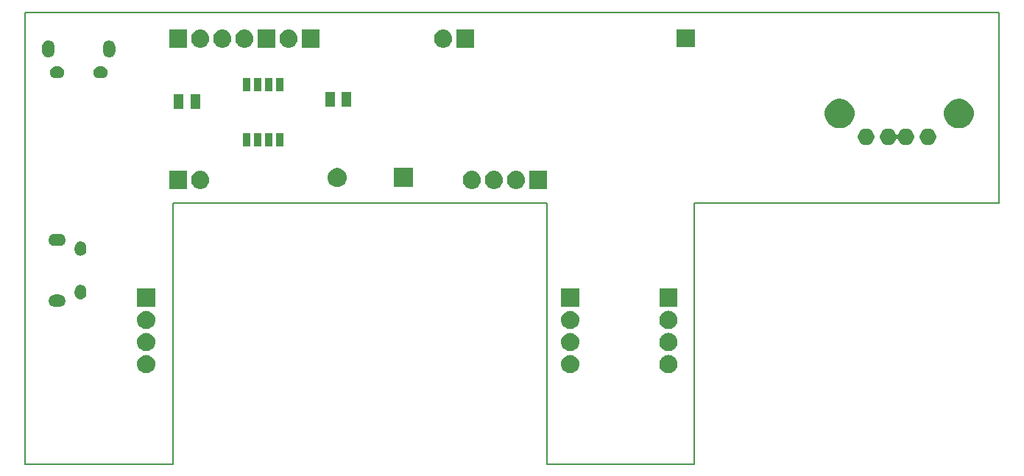
<source format=gbr>
G04 #@! TF.GenerationSoftware,KiCad,Pcbnew,(5.0.0)*
G04 #@! TF.CreationDate,2018-11-23T00:32:49+07:00*
G04 #@! TF.ProjectId,ext_module,6578745F6D6F64756C652E6B69636164,rev?*
G04 #@! TF.SameCoordinates,Original*
G04 #@! TF.FileFunction,Soldermask,Bot*
G04 #@! TF.FilePolarity,Negative*
%FSLAX46Y46*%
G04 Gerber Fmt 4.6, Leading zero omitted, Abs format (unit mm)*
G04 Created by KiCad (PCBNEW (5.0.0)) date 11/23/18 00:32:49*
%MOMM*%
%LPD*%
G01*
G04 APERTURE LIST*
%ADD10C,0.150000*%
%ADD11C,0.100000*%
G04 APERTURE END LIST*
D10*
X21000000Y-23000000D02*
X21000000Y-75000000D01*
X133000000Y-23000000D02*
X21000000Y-23000000D01*
X133000000Y-45000000D02*
X133000000Y-23000000D01*
X98000000Y-45000000D02*
X133000000Y-45000000D01*
X98000000Y-75000000D02*
X98000000Y-45000000D01*
X81000000Y-75000000D02*
X98000000Y-75000000D01*
X81000000Y-45000000D02*
X81000000Y-75000000D01*
X38000000Y-45000000D02*
X81000000Y-45000000D01*
X38000000Y-75000000D02*
X38000000Y-45000000D01*
X21000000Y-75000000D02*
X38000000Y-75000000D01*
D11*
G36*
X35053707Y-62457596D02*
X35130836Y-62465193D01*
X35262787Y-62505220D01*
X35328763Y-62525233D01*
X35511172Y-62622733D01*
X35671054Y-62753946D01*
X35802267Y-62913828D01*
X35899767Y-63096237D01*
X35899767Y-63096238D01*
X35959807Y-63294164D01*
X35980080Y-63500000D01*
X35959807Y-63705836D01*
X35919780Y-63837787D01*
X35899767Y-63903763D01*
X35802267Y-64086172D01*
X35671054Y-64246054D01*
X35511172Y-64377267D01*
X35328763Y-64474767D01*
X35262787Y-64494780D01*
X35130836Y-64534807D01*
X35053707Y-64542403D01*
X34976580Y-64550000D01*
X34873420Y-64550000D01*
X34796293Y-64542403D01*
X34719164Y-64534807D01*
X34587213Y-64494780D01*
X34521237Y-64474767D01*
X34338828Y-64377267D01*
X34178946Y-64246054D01*
X34047733Y-64086172D01*
X33950233Y-63903763D01*
X33930220Y-63837787D01*
X33890193Y-63705836D01*
X33869920Y-63500000D01*
X33890193Y-63294164D01*
X33950233Y-63096238D01*
X33950233Y-63096237D01*
X34047733Y-62913828D01*
X34178946Y-62753946D01*
X34338828Y-62622733D01*
X34521237Y-62525233D01*
X34587213Y-62505220D01*
X34719164Y-62465193D01*
X34796293Y-62457596D01*
X34873420Y-62450000D01*
X34976580Y-62450000D01*
X35053707Y-62457596D01*
X35053707Y-62457596D01*
G37*
G36*
X95124707Y-62457596D02*
X95201836Y-62465193D01*
X95333787Y-62505220D01*
X95399763Y-62525233D01*
X95582172Y-62622733D01*
X95742054Y-62753946D01*
X95873267Y-62913828D01*
X95970767Y-63096237D01*
X95970767Y-63096238D01*
X96030807Y-63294164D01*
X96051080Y-63500000D01*
X96030807Y-63705836D01*
X95990780Y-63837787D01*
X95970767Y-63903763D01*
X95873267Y-64086172D01*
X95742054Y-64246054D01*
X95582172Y-64377267D01*
X95399763Y-64474767D01*
X95333787Y-64494780D01*
X95201836Y-64534807D01*
X95124707Y-64542403D01*
X95047580Y-64550000D01*
X94944420Y-64550000D01*
X94867293Y-64542403D01*
X94790164Y-64534807D01*
X94658213Y-64494780D01*
X94592237Y-64474767D01*
X94409828Y-64377267D01*
X94249946Y-64246054D01*
X94118733Y-64086172D01*
X94021233Y-63903763D01*
X94001220Y-63837787D01*
X93961193Y-63705836D01*
X93940920Y-63500000D01*
X93961193Y-63294164D01*
X94021233Y-63096238D01*
X94021233Y-63096237D01*
X94118733Y-62913828D01*
X94249946Y-62753946D01*
X94409828Y-62622733D01*
X94592237Y-62525233D01*
X94658213Y-62505220D01*
X94790164Y-62465193D01*
X94867293Y-62457596D01*
X94944420Y-62450000D01*
X95047580Y-62450000D01*
X95124707Y-62457596D01*
X95124707Y-62457596D01*
G37*
G36*
X83821707Y-62457596D02*
X83898836Y-62465193D01*
X84030787Y-62505220D01*
X84096763Y-62525233D01*
X84279172Y-62622733D01*
X84439054Y-62753946D01*
X84570267Y-62913828D01*
X84667767Y-63096237D01*
X84667767Y-63096238D01*
X84727807Y-63294164D01*
X84748080Y-63500000D01*
X84727807Y-63705836D01*
X84687780Y-63837787D01*
X84667767Y-63903763D01*
X84570267Y-64086172D01*
X84439054Y-64246054D01*
X84279172Y-64377267D01*
X84096763Y-64474767D01*
X84030787Y-64494780D01*
X83898836Y-64534807D01*
X83821707Y-64542403D01*
X83744580Y-64550000D01*
X83641420Y-64550000D01*
X83564293Y-64542403D01*
X83487164Y-64534807D01*
X83355213Y-64494780D01*
X83289237Y-64474767D01*
X83106828Y-64377267D01*
X82946946Y-64246054D01*
X82815733Y-64086172D01*
X82718233Y-63903763D01*
X82698220Y-63837787D01*
X82658193Y-63705836D01*
X82637920Y-63500000D01*
X82658193Y-63294164D01*
X82718233Y-63096238D01*
X82718233Y-63096237D01*
X82815733Y-62913828D01*
X82946946Y-62753946D01*
X83106828Y-62622733D01*
X83289237Y-62525233D01*
X83355213Y-62505220D01*
X83487164Y-62465193D01*
X83564293Y-62457596D01*
X83641420Y-62450000D01*
X83744580Y-62450000D01*
X83821707Y-62457596D01*
X83821707Y-62457596D01*
G37*
G36*
X95124707Y-59917596D02*
X95201836Y-59925193D01*
X95333787Y-59965220D01*
X95399763Y-59985233D01*
X95582172Y-60082733D01*
X95742054Y-60213946D01*
X95873267Y-60373828D01*
X95970767Y-60556237D01*
X95970767Y-60556238D01*
X96030807Y-60754164D01*
X96051080Y-60960000D01*
X96030807Y-61165836D01*
X95990780Y-61297787D01*
X95970767Y-61363763D01*
X95873267Y-61546172D01*
X95742054Y-61706054D01*
X95582172Y-61837267D01*
X95399763Y-61934767D01*
X95333787Y-61954780D01*
X95201836Y-61994807D01*
X95124707Y-62002403D01*
X95047580Y-62010000D01*
X94944420Y-62010000D01*
X94867293Y-62002403D01*
X94790164Y-61994807D01*
X94658213Y-61954780D01*
X94592237Y-61934767D01*
X94409828Y-61837267D01*
X94249946Y-61706054D01*
X94118733Y-61546172D01*
X94021233Y-61363763D01*
X94001220Y-61297787D01*
X93961193Y-61165836D01*
X93940920Y-60960000D01*
X93961193Y-60754164D01*
X94021233Y-60556238D01*
X94021233Y-60556237D01*
X94118733Y-60373828D01*
X94249946Y-60213946D01*
X94409828Y-60082733D01*
X94592237Y-59985233D01*
X94658213Y-59965220D01*
X94790164Y-59925193D01*
X94867293Y-59917596D01*
X94944420Y-59910000D01*
X95047580Y-59910000D01*
X95124707Y-59917596D01*
X95124707Y-59917596D01*
G37*
G36*
X35053707Y-59917596D02*
X35130836Y-59925193D01*
X35262787Y-59965220D01*
X35328763Y-59985233D01*
X35511172Y-60082733D01*
X35671054Y-60213946D01*
X35802267Y-60373828D01*
X35899767Y-60556237D01*
X35899767Y-60556238D01*
X35959807Y-60754164D01*
X35980080Y-60960000D01*
X35959807Y-61165836D01*
X35919780Y-61297787D01*
X35899767Y-61363763D01*
X35802267Y-61546172D01*
X35671054Y-61706054D01*
X35511172Y-61837267D01*
X35328763Y-61934767D01*
X35262787Y-61954780D01*
X35130836Y-61994807D01*
X35053707Y-62002403D01*
X34976580Y-62010000D01*
X34873420Y-62010000D01*
X34796293Y-62002403D01*
X34719164Y-61994807D01*
X34587213Y-61954780D01*
X34521237Y-61934767D01*
X34338828Y-61837267D01*
X34178946Y-61706054D01*
X34047733Y-61546172D01*
X33950233Y-61363763D01*
X33930220Y-61297787D01*
X33890193Y-61165836D01*
X33869920Y-60960000D01*
X33890193Y-60754164D01*
X33950233Y-60556238D01*
X33950233Y-60556237D01*
X34047733Y-60373828D01*
X34178946Y-60213946D01*
X34338828Y-60082733D01*
X34521237Y-59985233D01*
X34587213Y-59965220D01*
X34719164Y-59925193D01*
X34796293Y-59917596D01*
X34873420Y-59910000D01*
X34976580Y-59910000D01*
X35053707Y-59917596D01*
X35053707Y-59917596D01*
G37*
G36*
X83821707Y-59917596D02*
X83898836Y-59925193D01*
X84030787Y-59965220D01*
X84096763Y-59985233D01*
X84279172Y-60082733D01*
X84439054Y-60213946D01*
X84570267Y-60373828D01*
X84667767Y-60556237D01*
X84667767Y-60556238D01*
X84727807Y-60754164D01*
X84748080Y-60960000D01*
X84727807Y-61165836D01*
X84687780Y-61297787D01*
X84667767Y-61363763D01*
X84570267Y-61546172D01*
X84439054Y-61706054D01*
X84279172Y-61837267D01*
X84096763Y-61934767D01*
X84030787Y-61954780D01*
X83898836Y-61994807D01*
X83821707Y-62002403D01*
X83744580Y-62010000D01*
X83641420Y-62010000D01*
X83564293Y-62002403D01*
X83487164Y-61994807D01*
X83355213Y-61954780D01*
X83289237Y-61934767D01*
X83106828Y-61837267D01*
X82946946Y-61706054D01*
X82815733Y-61546172D01*
X82718233Y-61363763D01*
X82698220Y-61297787D01*
X82658193Y-61165836D01*
X82637920Y-60960000D01*
X82658193Y-60754164D01*
X82718233Y-60556238D01*
X82718233Y-60556237D01*
X82815733Y-60373828D01*
X82946946Y-60213946D01*
X83106828Y-60082733D01*
X83289237Y-59985233D01*
X83355213Y-59965220D01*
X83487164Y-59925193D01*
X83564293Y-59917596D01*
X83641420Y-59910000D01*
X83744580Y-59910000D01*
X83821707Y-59917596D01*
X83821707Y-59917596D01*
G37*
G36*
X95124707Y-57377596D02*
X95201836Y-57385193D01*
X95333787Y-57425220D01*
X95399763Y-57445233D01*
X95582172Y-57542733D01*
X95742054Y-57673946D01*
X95873267Y-57833828D01*
X95970767Y-58016237D01*
X95970767Y-58016238D01*
X96030807Y-58214164D01*
X96051080Y-58420000D01*
X96030807Y-58625836D01*
X95990780Y-58757787D01*
X95970767Y-58823763D01*
X95873267Y-59006172D01*
X95742054Y-59166054D01*
X95582172Y-59297267D01*
X95399763Y-59394767D01*
X95333787Y-59414780D01*
X95201836Y-59454807D01*
X95124707Y-59462403D01*
X95047580Y-59470000D01*
X94944420Y-59470000D01*
X94867293Y-59462403D01*
X94790164Y-59454807D01*
X94658213Y-59414780D01*
X94592237Y-59394767D01*
X94409828Y-59297267D01*
X94249946Y-59166054D01*
X94118733Y-59006172D01*
X94021233Y-58823763D01*
X94001220Y-58757787D01*
X93961193Y-58625836D01*
X93940920Y-58420000D01*
X93961193Y-58214164D01*
X94021233Y-58016238D01*
X94021233Y-58016237D01*
X94118733Y-57833828D01*
X94249946Y-57673946D01*
X94409828Y-57542733D01*
X94592237Y-57445233D01*
X94658213Y-57425220D01*
X94790164Y-57385193D01*
X94867293Y-57377596D01*
X94944420Y-57370000D01*
X95047580Y-57370000D01*
X95124707Y-57377596D01*
X95124707Y-57377596D01*
G37*
G36*
X35053707Y-57377596D02*
X35130836Y-57385193D01*
X35262787Y-57425220D01*
X35328763Y-57445233D01*
X35511172Y-57542733D01*
X35671054Y-57673946D01*
X35802267Y-57833828D01*
X35899767Y-58016237D01*
X35899767Y-58016238D01*
X35959807Y-58214164D01*
X35980080Y-58420000D01*
X35959807Y-58625836D01*
X35919780Y-58757787D01*
X35899767Y-58823763D01*
X35802267Y-59006172D01*
X35671054Y-59166054D01*
X35511172Y-59297267D01*
X35328763Y-59394767D01*
X35262787Y-59414780D01*
X35130836Y-59454807D01*
X35053707Y-59462403D01*
X34976580Y-59470000D01*
X34873420Y-59470000D01*
X34796293Y-59462403D01*
X34719164Y-59454807D01*
X34587213Y-59414780D01*
X34521237Y-59394767D01*
X34338828Y-59297267D01*
X34178946Y-59166054D01*
X34047733Y-59006172D01*
X33950233Y-58823763D01*
X33930220Y-58757787D01*
X33890193Y-58625836D01*
X33869920Y-58420000D01*
X33890193Y-58214164D01*
X33950233Y-58016238D01*
X33950233Y-58016237D01*
X34047733Y-57833828D01*
X34178946Y-57673946D01*
X34338828Y-57542733D01*
X34521237Y-57445233D01*
X34587213Y-57425220D01*
X34719164Y-57385193D01*
X34796293Y-57377596D01*
X34873420Y-57370000D01*
X34976580Y-57370000D01*
X35053707Y-57377596D01*
X35053707Y-57377596D01*
G37*
G36*
X83821707Y-57377596D02*
X83898836Y-57385193D01*
X84030787Y-57425220D01*
X84096763Y-57445233D01*
X84279172Y-57542733D01*
X84439054Y-57673946D01*
X84570267Y-57833828D01*
X84667767Y-58016237D01*
X84667767Y-58016238D01*
X84727807Y-58214164D01*
X84748080Y-58420000D01*
X84727807Y-58625836D01*
X84687780Y-58757787D01*
X84667767Y-58823763D01*
X84570267Y-59006172D01*
X84439054Y-59166054D01*
X84279172Y-59297267D01*
X84096763Y-59394767D01*
X84030787Y-59414780D01*
X83898836Y-59454807D01*
X83821707Y-59462403D01*
X83744580Y-59470000D01*
X83641420Y-59470000D01*
X83564293Y-59462403D01*
X83487164Y-59454807D01*
X83355213Y-59414780D01*
X83289237Y-59394767D01*
X83106828Y-59297267D01*
X82946946Y-59166054D01*
X82815733Y-59006172D01*
X82718233Y-58823763D01*
X82698220Y-58757787D01*
X82658193Y-58625836D01*
X82637920Y-58420000D01*
X82658193Y-58214164D01*
X82718233Y-58016238D01*
X82718233Y-58016237D01*
X82815733Y-57833828D01*
X82946946Y-57673946D01*
X83106828Y-57542733D01*
X83289237Y-57445233D01*
X83355213Y-57425220D01*
X83487164Y-57385193D01*
X83564293Y-57377596D01*
X83641420Y-57370000D01*
X83744580Y-57370000D01*
X83821707Y-57377596D01*
X83821707Y-57377596D01*
G37*
G36*
X35975000Y-56930000D02*
X33875000Y-56930000D01*
X33875000Y-54830000D01*
X35975000Y-54830000D01*
X35975000Y-56930000D01*
X35975000Y-56930000D01*
G37*
G36*
X84743000Y-56930000D02*
X82643000Y-56930000D01*
X82643000Y-54830000D01*
X84743000Y-54830000D01*
X84743000Y-56930000D01*
X84743000Y-56930000D01*
G37*
G36*
X96046000Y-56930000D02*
X93946000Y-56930000D01*
X93946000Y-54830000D01*
X96046000Y-54830000D01*
X96046000Y-56930000D01*
X96046000Y-56930000D01*
G37*
G36*
X25097224Y-55515128D02*
X25229175Y-55555155D01*
X25350781Y-55620155D01*
X25457370Y-55707630D01*
X25544845Y-55814219D01*
X25609845Y-55935825D01*
X25649872Y-56067776D01*
X25663387Y-56205000D01*
X25649872Y-56342224D01*
X25609845Y-56474175D01*
X25544845Y-56595781D01*
X25457370Y-56702370D01*
X25350781Y-56789845D01*
X25229175Y-56854845D01*
X25097224Y-56894872D01*
X24994390Y-56905000D01*
X24375610Y-56905000D01*
X24272776Y-56894872D01*
X24140825Y-56854845D01*
X24019219Y-56789845D01*
X23912630Y-56702370D01*
X23825155Y-56595781D01*
X23760155Y-56474175D01*
X23720128Y-56342224D01*
X23706613Y-56205000D01*
X23720128Y-56067776D01*
X23760155Y-55935825D01*
X23825155Y-55814219D01*
X23912630Y-55707630D01*
X24019219Y-55620155D01*
X24140825Y-55555155D01*
X24272776Y-55515128D01*
X24375610Y-55505000D01*
X24994390Y-55505000D01*
X25097224Y-55515128D01*
X25097224Y-55515128D01*
G37*
G36*
X27517322Y-54389767D02*
X27644560Y-54428364D01*
X27761823Y-54491042D01*
X27813214Y-54533218D01*
X27864604Y-54575392D01*
X27864606Y-54575395D01*
X27948958Y-54678176D01*
X28011636Y-54795439D01*
X28050233Y-54922677D01*
X28060000Y-55021841D01*
X28060000Y-55388158D01*
X28050233Y-55487322D01*
X28011636Y-55614561D01*
X27948958Y-55731824D01*
X27864606Y-55834606D01*
X27761824Y-55918958D01*
X27644561Y-55981636D01*
X27517323Y-56020233D01*
X27385000Y-56033266D01*
X27252678Y-56020233D01*
X27125440Y-55981636D01*
X27008177Y-55918958D01*
X26956786Y-55876782D01*
X26905396Y-55834608D01*
X26888663Y-55814219D01*
X26821042Y-55731824D01*
X26758364Y-55614561D01*
X26719767Y-55487323D01*
X26710000Y-55388159D01*
X26710000Y-55021842D01*
X26719767Y-54922678D01*
X26758364Y-54795440D01*
X26821042Y-54678177D01*
X26863218Y-54626786D01*
X26905392Y-54575396D01*
X26925474Y-54558915D01*
X27008176Y-54491042D01*
X27125439Y-54428364D01*
X27252677Y-54389767D01*
X27385000Y-54376734D01*
X27517322Y-54389767D01*
X27517322Y-54389767D01*
G37*
G36*
X27517322Y-49389767D02*
X27644560Y-49428364D01*
X27761823Y-49491042D01*
X27813214Y-49533218D01*
X27864604Y-49575392D01*
X27864606Y-49575395D01*
X27948958Y-49678176D01*
X28011636Y-49795439D01*
X28050233Y-49922677D01*
X28060000Y-50021841D01*
X28060000Y-50388158D01*
X28050233Y-50487322D01*
X28011636Y-50614561D01*
X27948958Y-50731824D01*
X27864606Y-50834606D01*
X27761824Y-50918958D01*
X27644561Y-50981636D01*
X27517323Y-51020233D01*
X27385000Y-51033266D01*
X27252678Y-51020233D01*
X27125440Y-50981636D01*
X27008177Y-50918958D01*
X26956786Y-50876782D01*
X26905396Y-50834608D01*
X26888915Y-50814526D01*
X26821042Y-50731824D01*
X26758364Y-50614561D01*
X26719767Y-50487323D01*
X26710000Y-50388159D01*
X26710000Y-50021842D01*
X26719767Y-49922678D01*
X26758364Y-49795440D01*
X26821042Y-49678177D01*
X26888664Y-49595780D01*
X26905392Y-49575396D01*
X26925474Y-49558915D01*
X27008176Y-49491042D01*
X27125439Y-49428364D01*
X27252677Y-49389767D01*
X27385000Y-49376734D01*
X27517322Y-49389767D01*
X27517322Y-49389767D01*
G37*
G36*
X25097224Y-48515128D02*
X25229175Y-48555155D01*
X25350781Y-48620155D01*
X25457370Y-48707630D01*
X25544845Y-48814219D01*
X25609845Y-48935825D01*
X25649872Y-49067776D01*
X25663387Y-49205000D01*
X25649872Y-49342224D01*
X25609845Y-49474175D01*
X25544845Y-49595781D01*
X25457370Y-49702370D01*
X25350781Y-49789845D01*
X25229175Y-49854845D01*
X25097224Y-49894872D01*
X24994390Y-49905000D01*
X24375610Y-49905000D01*
X24272776Y-49894872D01*
X24140825Y-49854845D01*
X24019219Y-49789845D01*
X23912630Y-49702370D01*
X23825155Y-49595781D01*
X23760155Y-49474175D01*
X23720128Y-49342224D01*
X23706613Y-49205000D01*
X23720128Y-49067776D01*
X23760155Y-48935825D01*
X23825155Y-48814219D01*
X23912630Y-48707630D01*
X24019219Y-48620155D01*
X24140825Y-48555155D01*
X24272776Y-48515128D01*
X24375610Y-48505000D01*
X24994390Y-48505000D01*
X25097224Y-48515128D01*
X25097224Y-48515128D01*
G37*
G36*
X41276707Y-41248597D02*
X41353836Y-41256193D01*
X41485787Y-41296220D01*
X41551763Y-41316233D01*
X41734172Y-41413733D01*
X41894054Y-41544946D01*
X42025267Y-41704828D01*
X42122767Y-41887237D01*
X42122767Y-41887238D01*
X42182807Y-42085164D01*
X42203080Y-42291000D01*
X42182807Y-42496836D01*
X42142780Y-42628787D01*
X42122767Y-42694763D01*
X42025267Y-42877172D01*
X41894054Y-43037054D01*
X41734172Y-43168267D01*
X41551763Y-43265767D01*
X41485787Y-43285780D01*
X41353836Y-43325807D01*
X41276707Y-43333404D01*
X41199580Y-43341000D01*
X41096420Y-43341000D01*
X41019293Y-43333404D01*
X40942164Y-43325807D01*
X40810213Y-43285780D01*
X40744237Y-43265767D01*
X40561828Y-43168267D01*
X40401946Y-43037054D01*
X40270733Y-42877172D01*
X40173233Y-42694763D01*
X40153220Y-42628787D01*
X40113193Y-42496836D01*
X40092920Y-42291000D01*
X40113193Y-42085164D01*
X40173233Y-41887238D01*
X40173233Y-41887237D01*
X40270733Y-41704828D01*
X40401946Y-41544946D01*
X40561828Y-41413733D01*
X40744237Y-41316233D01*
X40810213Y-41296220D01*
X40942164Y-41256193D01*
X41019293Y-41248597D01*
X41096420Y-41241000D01*
X41199580Y-41241000D01*
X41276707Y-41248597D01*
X41276707Y-41248597D01*
G37*
G36*
X39658000Y-43341000D02*
X37558000Y-43341000D01*
X37558000Y-41241000D01*
X39658000Y-41241000D01*
X39658000Y-43341000D01*
X39658000Y-43341000D01*
G37*
G36*
X72518707Y-41248597D02*
X72595836Y-41256193D01*
X72727787Y-41296220D01*
X72793763Y-41316233D01*
X72976172Y-41413733D01*
X73136054Y-41544946D01*
X73267267Y-41704828D01*
X73364767Y-41887237D01*
X73364767Y-41887238D01*
X73424807Y-42085164D01*
X73445080Y-42291000D01*
X73424807Y-42496836D01*
X73384780Y-42628787D01*
X73364767Y-42694763D01*
X73267267Y-42877172D01*
X73136054Y-43037054D01*
X72976172Y-43168267D01*
X72793763Y-43265767D01*
X72727787Y-43285780D01*
X72595836Y-43325807D01*
X72518707Y-43333404D01*
X72441580Y-43341000D01*
X72338420Y-43341000D01*
X72261293Y-43333404D01*
X72184164Y-43325807D01*
X72052213Y-43285780D01*
X71986237Y-43265767D01*
X71803828Y-43168267D01*
X71643946Y-43037054D01*
X71512733Y-42877172D01*
X71415233Y-42694763D01*
X71395220Y-42628787D01*
X71355193Y-42496836D01*
X71334920Y-42291000D01*
X71355193Y-42085164D01*
X71415233Y-41887238D01*
X71415233Y-41887237D01*
X71512733Y-41704828D01*
X71643946Y-41544946D01*
X71803828Y-41413733D01*
X71986237Y-41316233D01*
X72052213Y-41296220D01*
X72184164Y-41256193D01*
X72261293Y-41248597D01*
X72338420Y-41241000D01*
X72441580Y-41241000D01*
X72518707Y-41248597D01*
X72518707Y-41248597D01*
G37*
G36*
X75058707Y-41248597D02*
X75135836Y-41256193D01*
X75267787Y-41296220D01*
X75333763Y-41316233D01*
X75516172Y-41413733D01*
X75676054Y-41544946D01*
X75807267Y-41704828D01*
X75904767Y-41887237D01*
X75904767Y-41887238D01*
X75964807Y-42085164D01*
X75985080Y-42291000D01*
X75964807Y-42496836D01*
X75924780Y-42628787D01*
X75904767Y-42694763D01*
X75807267Y-42877172D01*
X75676054Y-43037054D01*
X75516172Y-43168267D01*
X75333763Y-43265767D01*
X75267787Y-43285780D01*
X75135836Y-43325807D01*
X75058707Y-43333404D01*
X74981580Y-43341000D01*
X74878420Y-43341000D01*
X74801293Y-43333404D01*
X74724164Y-43325807D01*
X74592213Y-43285780D01*
X74526237Y-43265767D01*
X74343828Y-43168267D01*
X74183946Y-43037054D01*
X74052733Y-42877172D01*
X73955233Y-42694763D01*
X73935220Y-42628787D01*
X73895193Y-42496836D01*
X73874920Y-42291000D01*
X73895193Y-42085164D01*
X73955233Y-41887238D01*
X73955233Y-41887237D01*
X74052733Y-41704828D01*
X74183946Y-41544946D01*
X74343828Y-41413733D01*
X74526237Y-41316233D01*
X74592213Y-41296220D01*
X74724164Y-41256193D01*
X74801293Y-41248597D01*
X74878420Y-41241000D01*
X74981580Y-41241000D01*
X75058707Y-41248597D01*
X75058707Y-41248597D01*
G37*
G36*
X77598707Y-41248597D02*
X77675836Y-41256193D01*
X77807787Y-41296220D01*
X77873763Y-41316233D01*
X78056172Y-41413733D01*
X78216054Y-41544946D01*
X78347267Y-41704828D01*
X78444767Y-41887237D01*
X78444767Y-41887238D01*
X78504807Y-42085164D01*
X78525080Y-42291000D01*
X78504807Y-42496836D01*
X78464780Y-42628787D01*
X78444767Y-42694763D01*
X78347267Y-42877172D01*
X78216054Y-43037054D01*
X78056172Y-43168267D01*
X77873763Y-43265767D01*
X77807787Y-43285780D01*
X77675836Y-43325807D01*
X77598707Y-43333404D01*
X77521580Y-43341000D01*
X77418420Y-43341000D01*
X77341293Y-43333404D01*
X77264164Y-43325807D01*
X77132213Y-43285780D01*
X77066237Y-43265767D01*
X76883828Y-43168267D01*
X76723946Y-43037054D01*
X76592733Y-42877172D01*
X76495233Y-42694763D01*
X76475220Y-42628787D01*
X76435193Y-42496836D01*
X76414920Y-42291000D01*
X76435193Y-42085164D01*
X76495233Y-41887238D01*
X76495233Y-41887237D01*
X76592733Y-41704828D01*
X76723946Y-41544946D01*
X76883828Y-41413733D01*
X77066237Y-41316233D01*
X77132213Y-41296220D01*
X77264164Y-41256193D01*
X77341293Y-41248597D01*
X77418420Y-41241000D01*
X77521580Y-41241000D01*
X77598707Y-41248597D01*
X77598707Y-41248597D01*
G37*
G36*
X81060000Y-43341000D02*
X78960000Y-43341000D01*
X78960000Y-41241000D01*
X81060000Y-41241000D01*
X81060000Y-43341000D01*
X81060000Y-43341000D01*
G37*
G36*
X65616000Y-43137000D02*
X63416000Y-43137000D01*
X63416000Y-40937000D01*
X65616000Y-40937000D01*
X65616000Y-43137000D01*
X65616000Y-43137000D01*
G37*
G36*
X57111639Y-40952916D02*
X57318986Y-41015815D01*
X57318988Y-41015816D01*
X57510084Y-41117958D01*
X57677581Y-41255419D01*
X57815042Y-41422916D01*
X57917184Y-41614012D01*
X57917185Y-41614014D01*
X57944734Y-41704829D01*
X57980084Y-41821362D01*
X58001322Y-42037000D01*
X57980084Y-42252638D01*
X57917184Y-42459988D01*
X57815042Y-42651084D01*
X57677581Y-42818581D01*
X57510084Y-42956042D01*
X57318988Y-43058184D01*
X57318986Y-43058185D01*
X57111639Y-43121084D01*
X56950038Y-43137000D01*
X56841962Y-43137000D01*
X56680361Y-43121084D01*
X56473014Y-43058185D01*
X56473012Y-43058184D01*
X56281916Y-42956042D01*
X56114419Y-42818581D01*
X55976958Y-42651084D01*
X55874816Y-42459988D01*
X55811916Y-42252638D01*
X55790678Y-42037000D01*
X55811916Y-41821362D01*
X55847266Y-41704829D01*
X55874815Y-41614014D01*
X55874816Y-41614012D01*
X55976958Y-41422916D01*
X56114419Y-41255419D01*
X56281916Y-41117958D01*
X56473012Y-41015816D01*
X56473014Y-41015815D01*
X56680361Y-40952916D01*
X56841962Y-40937000D01*
X56950038Y-40937000D01*
X57111639Y-40952916D01*
X57111639Y-40952916D01*
G37*
G36*
X48206000Y-38490500D02*
X47298000Y-38490500D01*
X47298000Y-36947500D01*
X48206000Y-36947500D01*
X48206000Y-38490500D01*
X48206000Y-38490500D01*
G37*
G36*
X46936000Y-38490500D02*
X46028000Y-38490500D01*
X46028000Y-36947500D01*
X46936000Y-36947500D01*
X46936000Y-38490500D01*
X46936000Y-38490500D01*
G37*
G36*
X49476000Y-38490500D02*
X48568000Y-38490500D01*
X48568000Y-36947500D01*
X49476000Y-36947500D01*
X49476000Y-38490500D01*
X49476000Y-38490500D01*
G37*
G36*
X50746000Y-38490500D02*
X49838000Y-38490500D01*
X49838000Y-36947500D01*
X50746000Y-36947500D01*
X50746000Y-38490500D01*
X50746000Y-38490500D01*
G37*
G36*
X124980451Y-36397127D02*
X125118105Y-36424508D01*
X125290994Y-36496121D01*
X125446590Y-36600087D01*
X125578913Y-36732410D01*
X125682879Y-36888006D01*
X125754492Y-37060895D01*
X125791000Y-37244433D01*
X125791000Y-37431567D01*
X125754492Y-37615105D01*
X125682879Y-37787994D01*
X125578913Y-37943590D01*
X125446590Y-38075913D01*
X125290994Y-38179879D01*
X125118105Y-38251492D01*
X124980451Y-38278873D01*
X124934568Y-38288000D01*
X124747432Y-38288000D01*
X124701549Y-38278873D01*
X124563895Y-38251492D01*
X124391006Y-38179879D01*
X124235410Y-38075913D01*
X124103087Y-37943590D01*
X123999121Y-37787994D01*
X123927508Y-37615105D01*
X123891000Y-37431567D01*
X123891000Y-37244433D01*
X123927508Y-37060895D01*
X123999121Y-36888006D01*
X124103087Y-36732410D01*
X124235410Y-36600087D01*
X124391006Y-36496121D01*
X124563895Y-36424508D01*
X124701549Y-36397127D01*
X124747432Y-36388000D01*
X124934568Y-36388000D01*
X124980451Y-36397127D01*
X124980451Y-36397127D01*
G37*
G36*
X120410451Y-36397127D02*
X120548105Y-36424508D01*
X120720994Y-36496121D01*
X120876590Y-36600087D01*
X121008913Y-36732410D01*
X121112879Y-36888006D01*
X121170518Y-37027158D01*
X121182067Y-37048764D01*
X121197612Y-37067706D01*
X121216554Y-37083251D01*
X121238165Y-37094802D01*
X121261614Y-37101915D01*
X121286000Y-37104317D01*
X121310387Y-37101915D01*
X121333836Y-37094802D01*
X121355447Y-37083250D01*
X121374389Y-37067705D01*
X121389934Y-37048763D01*
X121401482Y-37027158D01*
X121459121Y-36888006D01*
X121563087Y-36732410D01*
X121695410Y-36600087D01*
X121851006Y-36496121D01*
X122023895Y-36424508D01*
X122161549Y-36397127D01*
X122207432Y-36388000D01*
X122394568Y-36388000D01*
X122440451Y-36397127D01*
X122578105Y-36424508D01*
X122750994Y-36496121D01*
X122906590Y-36600087D01*
X123038913Y-36732410D01*
X123142879Y-36888006D01*
X123214492Y-37060895D01*
X123251000Y-37244433D01*
X123251000Y-37431567D01*
X123214492Y-37615105D01*
X123142879Y-37787994D01*
X123038913Y-37943590D01*
X122906590Y-38075913D01*
X122750994Y-38179879D01*
X122578105Y-38251492D01*
X122440451Y-38278873D01*
X122394568Y-38288000D01*
X122207432Y-38288000D01*
X122161549Y-38278873D01*
X122023895Y-38251492D01*
X121851006Y-38179879D01*
X121695410Y-38075913D01*
X121563087Y-37943590D01*
X121459121Y-37787994D01*
X121401482Y-37648842D01*
X121389933Y-37627236D01*
X121374388Y-37608294D01*
X121355446Y-37592749D01*
X121333835Y-37581198D01*
X121310386Y-37574085D01*
X121286000Y-37571683D01*
X121261613Y-37574085D01*
X121238164Y-37581198D01*
X121216553Y-37592750D01*
X121197611Y-37608295D01*
X121182066Y-37627237D01*
X121170518Y-37648842D01*
X121112879Y-37787994D01*
X121008913Y-37943590D01*
X120876590Y-38075913D01*
X120720994Y-38179879D01*
X120548105Y-38251492D01*
X120410451Y-38278873D01*
X120364568Y-38288000D01*
X120177432Y-38288000D01*
X120131549Y-38278873D01*
X119993895Y-38251492D01*
X119821006Y-38179879D01*
X119665410Y-38075913D01*
X119533087Y-37943590D01*
X119429121Y-37787994D01*
X119357508Y-37615105D01*
X119321000Y-37431567D01*
X119321000Y-37244433D01*
X119357508Y-37060895D01*
X119429121Y-36888006D01*
X119533087Y-36732410D01*
X119665410Y-36600087D01*
X119821006Y-36496121D01*
X119993895Y-36424508D01*
X120131549Y-36397127D01*
X120177432Y-36388000D01*
X120364568Y-36388000D01*
X120410451Y-36397127D01*
X120410451Y-36397127D01*
G37*
G36*
X117870451Y-36397127D02*
X118008105Y-36424508D01*
X118180994Y-36496121D01*
X118336590Y-36600087D01*
X118468913Y-36732410D01*
X118572879Y-36888006D01*
X118644492Y-37060895D01*
X118681000Y-37244433D01*
X118681000Y-37431567D01*
X118644492Y-37615105D01*
X118572879Y-37787994D01*
X118468913Y-37943590D01*
X118336590Y-38075913D01*
X118180994Y-38179879D01*
X118008105Y-38251492D01*
X117870451Y-38278873D01*
X117824568Y-38288000D01*
X117637432Y-38288000D01*
X117591549Y-38278873D01*
X117453895Y-38251492D01*
X117281006Y-38179879D01*
X117125410Y-38075913D01*
X116993087Y-37943590D01*
X116889121Y-37787994D01*
X116817508Y-37615105D01*
X116781000Y-37431567D01*
X116781000Y-37244433D01*
X116817508Y-37060895D01*
X116889121Y-36888006D01*
X116993087Y-36732410D01*
X117125410Y-36600087D01*
X117281006Y-36496121D01*
X117453895Y-36424508D01*
X117591549Y-36397127D01*
X117637432Y-36388000D01*
X117824568Y-36388000D01*
X117870451Y-36397127D01*
X117870451Y-36397127D01*
G37*
G36*
X115067393Y-33011553D02*
X115176872Y-33033330D01*
X115486252Y-33161479D01*
X115764687Y-33347523D01*
X116001477Y-33584313D01*
X116187521Y-33862748D01*
X116315670Y-34172128D01*
X116381000Y-34500565D01*
X116381000Y-34835435D01*
X116315670Y-35163872D01*
X116187521Y-35473252D01*
X116001477Y-35751687D01*
X115764687Y-35988477D01*
X115486252Y-36174521D01*
X115176872Y-36302670D01*
X115067393Y-36324447D01*
X114848437Y-36368000D01*
X114513563Y-36368000D01*
X114294607Y-36324447D01*
X114185128Y-36302670D01*
X113875748Y-36174521D01*
X113597313Y-35988477D01*
X113360523Y-35751687D01*
X113174479Y-35473252D01*
X113046330Y-35163872D01*
X112981000Y-34835435D01*
X112981000Y-34500565D01*
X113046330Y-34172128D01*
X113174479Y-33862748D01*
X113360523Y-33584313D01*
X113597313Y-33347523D01*
X113875748Y-33161479D01*
X114185128Y-33033330D01*
X114294607Y-33011553D01*
X114513563Y-32968000D01*
X114848437Y-32968000D01*
X115067393Y-33011553D01*
X115067393Y-33011553D01*
G37*
G36*
X128787393Y-33011553D02*
X128896872Y-33033330D01*
X129206252Y-33161479D01*
X129484687Y-33347523D01*
X129721477Y-33584313D01*
X129907521Y-33862748D01*
X130035670Y-34172128D01*
X130101000Y-34500565D01*
X130101000Y-34835435D01*
X130035670Y-35163872D01*
X129907521Y-35473252D01*
X129721477Y-35751687D01*
X129484687Y-35988477D01*
X129206252Y-36174521D01*
X128896872Y-36302670D01*
X128787393Y-36324447D01*
X128568437Y-36368000D01*
X128233563Y-36368000D01*
X128014607Y-36324447D01*
X127905128Y-36302670D01*
X127595748Y-36174521D01*
X127317313Y-35988477D01*
X127080523Y-35751687D01*
X126894479Y-35473252D01*
X126766330Y-35163872D01*
X126701000Y-34835435D01*
X126701000Y-34500565D01*
X126766330Y-34172128D01*
X126894479Y-33862748D01*
X127080523Y-33584313D01*
X127317313Y-33347523D01*
X127595748Y-33161479D01*
X127905128Y-33033330D01*
X128014607Y-33011553D01*
X128233563Y-32968000D01*
X128568437Y-32968000D01*
X128787393Y-33011553D01*
X128787393Y-33011553D01*
G37*
G36*
X41124000Y-34124000D02*
X40024000Y-34124000D01*
X40024000Y-32424000D01*
X41124000Y-32424000D01*
X41124000Y-34124000D01*
X41124000Y-34124000D01*
G37*
G36*
X39224000Y-34124000D02*
X38124000Y-34124000D01*
X38124000Y-32424000D01*
X39224000Y-32424000D01*
X39224000Y-34124000D01*
X39224000Y-34124000D01*
G37*
G36*
X58523000Y-33870000D02*
X57423000Y-33870000D01*
X57423000Y-32170000D01*
X58523000Y-32170000D01*
X58523000Y-33870000D01*
X58523000Y-33870000D01*
G37*
G36*
X56623000Y-33870000D02*
X55523000Y-33870000D01*
X55523000Y-32170000D01*
X56623000Y-32170000D01*
X56623000Y-33870000D01*
X56623000Y-33870000D01*
G37*
G36*
X48206000Y-32140500D02*
X47298000Y-32140500D01*
X47298000Y-30597500D01*
X48206000Y-30597500D01*
X48206000Y-32140500D01*
X48206000Y-32140500D01*
G37*
G36*
X50746000Y-32140500D02*
X49838000Y-32140500D01*
X49838000Y-30597500D01*
X50746000Y-30597500D01*
X50746000Y-32140500D01*
X50746000Y-32140500D01*
G37*
G36*
X49476000Y-32140500D02*
X48568000Y-32140500D01*
X48568000Y-30597500D01*
X49476000Y-30597500D01*
X49476000Y-32140500D01*
X49476000Y-32140500D01*
G37*
G36*
X46936000Y-32140500D02*
X46028000Y-32140500D01*
X46028000Y-30597500D01*
X46936000Y-30597500D01*
X46936000Y-32140500D01*
X46936000Y-32140500D01*
G37*
G36*
X29960323Y-29259767D02*
X30087561Y-29298364D01*
X30204824Y-29361042D01*
X30307606Y-29445394D01*
X30391958Y-29548176D01*
X30454636Y-29665439D01*
X30493233Y-29792677D01*
X30506266Y-29925000D01*
X30493233Y-30057323D01*
X30454636Y-30184561D01*
X30391958Y-30301824D01*
X30307606Y-30404606D01*
X30204824Y-30488958D01*
X30087561Y-30551636D01*
X29960323Y-30590233D01*
X29861159Y-30600000D01*
X29494841Y-30600000D01*
X29395677Y-30590233D01*
X29268439Y-30551636D01*
X29151176Y-30488958D01*
X29048394Y-30404606D01*
X28964042Y-30301824D01*
X28901364Y-30184561D01*
X28862767Y-30057323D01*
X28849734Y-29925000D01*
X28862767Y-29792677D01*
X28901364Y-29665439D01*
X28964042Y-29548176D01*
X29048394Y-29445394D01*
X29151176Y-29361042D01*
X29268439Y-29298364D01*
X29395677Y-29259767D01*
X29494841Y-29250000D01*
X29861159Y-29250000D01*
X29960323Y-29259767D01*
X29960323Y-29259767D01*
G37*
G36*
X24960323Y-29259767D02*
X25087561Y-29298364D01*
X25204824Y-29361042D01*
X25307606Y-29445394D01*
X25391958Y-29548176D01*
X25454636Y-29665439D01*
X25493233Y-29792677D01*
X25506266Y-29925000D01*
X25493233Y-30057323D01*
X25454636Y-30184561D01*
X25391958Y-30301824D01*
X25307606Y-30404606D01*
X25204824Y-30488958D01*
X25087561Y-30551636D01*
X24960323Y-30590233D01*
X24861159Y-30600000D01*
X24494841Y-30600000D01*
X24395677Y-30590233D01*
X24268439Y-30551636D01*
X24151176Y-30488958D01*
X24048394Y-30404606D01*
X23964042Y-30301824D01*
X23901364Y-30184561D01*
X23862767Y-30057323D01*
X23849734Y-29925000D01*
X23862767Y-29792677D01*
X23901364Y-29665439D01*
X23964042Y-29548176D01*
X24048394Y-29445394D01*
X24151176Y-29361042D01*
X24268439Y-29298364D01*
X24395677Y-29259767D01*
X24494841Y-29250000D01*
X24861159Y-29250000D01*
X24960323Y-29259767D01*
X24960323Y-29259767D01*
G37*
G36*
X30815224Y-26260128D02*
X30947175Y-26300155D01*
X31068781Y-26365155D01*
X31175370Y-26452630D01*
X31262845Y-26559219D01*
X31327845Y-26680825D01*
X31367872Y-26812776D01*
X31378000Y-26915610D01*
X31378000Y-27534390D01*
X31367872Y-27637224D01*
X31327845Y-27769175D01*
X31262845Y-27890781D01*
X31175369Y-27997370D01*
X31068780Y-28084845D01*
X30947174Y-28149845D01*
X30815223Y-28189872D01*
X30678000Y-28203387D01*
X30540776Y-28189872D01*
X30408825Y-28149845D01*
X30287219Y-28084845D01*
X30180630Y-27997369D01*
X30093155Y-27890780D01*
X30028155Y-27769174D01*
X29988128Y-27637223D01*
X29978000Y-27534389D01*
X29978000Y-26915610D01*
X29988128Y-26812776D01*
X30028155Y-26680825D01*
X30093155Y-26559219D01*
X30180631Y-26452630D01*
X30287220Y-26365155D01*
X30408826Y-26300155D01*
X30540777Y-26260128D01*
X30678000Y-26246613D01*
X30815224Y-26260128D01*
X30815224Y-26260128D01*
G37*
G36*
X23815224Y-26260128D02*
X23947175Y-26300155D01*
X24068781Y-26365155D01*
X24175370Y-26452630D01*
X24262845Y-26559219D01*
X24327845Y-26680825D01*
X24367872Y-26812776D01*
X24378000Y-26915610D01*
X24378000Y-27534390D01*
X24367872Y-27637224D01*
X24327845Y-27769175D01*
X24262845Y-27890781D01*
X24175369Y-27997370D01*
X24068780Y-28084845D01*
X23947174Y-28149845D01*
X23815223Y-28189872D01*
X23678000Y-28203387D01*
X23540776Y-28189872D01*
X23408825Y-28149845D01*
X23287219Y-28084845D01*
X23180630Y-27997369D01*
X23093155Y-27890780D01*
X23028155Y-27769174D01*
X22988128Y-27637223D01*
X22978000Y-27534389D01*
X22978000Y-26915610D01*
X22988128Y-26812776D01*
X23028155Y-26680825D01*
X23093155Y-26559219D01*
X23180631Y-26452630D01*
X23287220Y-26365155D01*
X23408826Y-26300155D01*
X23540777Y-26260128D01*
X23678000Y-26246613D01*
X23815224Y-26260128D01*
X23815224Y-26260128D01*
G37*
G36*
X72678000Y-27085000D02*
X70578000Y-27085000D01*
X70578000Y-24985000D01*
X72678000Y-24985000D01*
X72678000Y-27085000D01*
X72678000Y-27085000D01*
G37*
G36*
X69216707Y-24992597D02*
X69293836Y-25000193D01*
X69425787Y-25040220D01*
X69491763Y-25060233D01*
X69674172Y-25157733D01*
X69834054Y-25288946D01*
X69965267Y-25448828D01*
X70062767Y-25631237D01*
X70062767Y-25631238D01*
X70122807Y-25829164D01*
X70143080Y-26035000D01*
X70122807Y-26240836D01*
X70104813Y-26300155D01*
X70062767Y-26438763D01*
X69965267Y-26621172D01*
X69834054Y-26781054D01*
X69674172Y-26912267D01*
X69491763Y-27009767D01*
X69425787Y-27029780D01*
X69293836Y-27069807D01*
X69216707Y-27077404D01*
X69139580Y-27085000D01*
X69036420Y-27085000D01*
X68959293Y-27077404D01*
X68882164Y-27069807D01*
X68750213Y-27029780D01*
X68684237Y-27009767D01*
X68501828Y-26912267D01*
X68341946Y-26781054D01*
X68210733Y-26621172D01*
X68113233Y-26438763D01*
X68071187Y-26300155D01*
X68053193Y-26240836D01*
X68032920Y-26035000D01*
X68053193Y-25829164D01*
X68113233Y-25631238D01*
X68113233Y-25631237D01*
X68210733Y-25448828D01*
X68341946Y-25288946D01*
X68501828Y-25157733D01*
X68684237Y-25060233D01*
X68750213Y-25040220D01*
X68882164Y-25000193D01*
X68959293Y-24992596D01*
X69036420Y-24985000D01*
X69139580Y-24985000D01*
X69216707Y-24992597D01*
X69216707Y-24992597D01*
G37*
G36*
X43816707Y-24992597D02*
X43893836Y-25000193D01*
X44025787Y-25040220D01*
X44091763Y-25060233D01*
X44274172Y-25157733D01*
X44434054Y-25288946D01*
X44565267Y-25448828D01*
X44662767Y-25631237D01*
X44662767Y-25631238D01*
X44722807Y-25829164D01*
X44743080Y-26035000D01*
X44722807Y-26240836D01*
X44704813Y-26300155D01*
X44662767Y-26438763D01*
X44565267Y-26621172D01*
X44434054Y-26781054D01*
X44274172Y-26912267D01*
X44091763Y-27009767D01*
X44025787Y-27029780D01*
X43893836Y-27069807D01*
X43816707Y-27077404D01*
X43739580Y-27085000D01*
X43636420Y-27085000D01*
X43559293Y-27077404D01*
X43482164Y-27069807D01*
X43350213Y-27029780D01*
X43284237Y-27009767D01*
X43101828Y-26912267D01*
X42941946Y-26781054D01*
X42810733Y-26621172D01*
X42713233Y-26438763D01*
X42671187Y-26300155D01*
X42653193Y-26240836D01*
X42632920Y-26035000D01*
X42653193Y-25829164D01*
X42713233Y-25631238D01*
X42713233Y-25631237D01*
X42810733Y-25448828D01*
X42941946Y-25288946D01*
X43101828Y-25157733D01*
X43284237Y-25060233D01*
X43350213Y-25040220D01*
X43482164Y-25000193D01*
X43559293Y-24992596D01*
X43636420Y-24985000D01*
X43739580Y-24985000D01*
X43816707Y-24992597D01*
X43816707Y-24992597D01*
G37*
G36*
X39658000Y-27085000D02*
X37558000Y-27085000D01*
X37558000Y-24985000D01*
X39658000Y-24985000D01*
X39658000Y-27085000D01*
X39658000Y-27085000D01*
G37*
G36*
X41276707Y-24992597D02*
X41353836Y-25000193D01*
X41485787Y-25040220D01*
X41551763Y-25060233D01*
X41734172Y-25157733D01*
X41894054Y-25288946D01*
X42025267Y-25448828D01*
X42122767Y-25631237D01*
X42122767Y-25631238D01*
X42182807Y-25829164D01*
X42203080Y-26035000D01*
X42182807Y-26240836D01*
X42164813Y-26300155D01*
X42122767Y-26438763D01*
X42025267Y-26621172D01*
X41894054Y-26781054D01*
X41734172Y-26912267D01*
X41551763Y-27009767D01*
X41485787Y-27029780D01*
X41353836Y-27069807D01*
X41276707Y-27077404D01*
X41199580Y-27085000D01*
X41096420Y-27085000D01*
X41019293Y-27077404D01*
X40942164Y-27069807D01*
X40810213Y-27029780D01*
X40744237Y-27009767D01*
X40561828Y-26912267D01*
X40401946Y-26781054D01*
X40270733Y-26621172D01*
X40173233Y-26438763D01*
X40131187Y-26300155D01*
X40113193Y-26240836D01*
X40092920Y-26035000D01*
X40113193Y-25829164D01*
X40173233Y-25631238D01*
X40173233Y-25631237D01*
X40270733Y-25448828D01*
X40401946Y-25288946D01*
X40561828Y-25157733D01*
X40744237Y-25060233D01*
X40810213Y-25040220D01*
X40942164Y-25000193D01*
X41019293Y-24992596D01*
X41096420Y-24985000D01*
X41199580Y-24985000D01*
X41276707Y-24992597D01*
X41276707Y-24992597D01*
G37*
G36*
X46356707Y-24992597D02*
X46433836Y-25000193D01*
X46565787Y-25040220D01*
X46631763Y-25060233D01*
X46814172Y-25157733D01*
X46974054Y-25288946D01*
X47105267Y-25448828D01*
X47202767Y-25631237D01*
X47202767Y-25631238D01*
X47262807Y-25829164D01*
X47283080Y-26035000D01*
X47262807Y-26240836D01*
X47244813Y-26300155D01*
X47202767Y-26438763D01*
X47105267Y-26621172D01*
X46974054Y-26781054D01*
X46814172Y-26912267D01*
X46631763Y-27009767D01*
X46565787Y-27029780D01*
X46433836Y-27069807D01*
X46356707Y-27077404D01*
X46279580Y-27085000D01*
X46176420Y-27085000D01*
X46099293Y-27077404D01*
X46022164Y-27069807D01*
X45890213Y-27029780D01*
X45824237Y-27009767D01*
X45641828Y-26912267D01*
X45481946Y-26781054D01*
X45350733Y-26621172D01*
X45253233Y-26438763D01*
X45211187Y-26300155D01*
X45193193Y-26240836D01*
X45172920Y-26035000D01*
X45193193Y-25829164D01*
X45253233Y-25631238D01*
X45253233Y-25631237D01*
X45350733Y-25448828D01*
X45481946Y-25288946D01*
X45641828Y-25157733D01*
X45824237Y-25060233D01*
X45890213Y-25040220D01*
X46022164Y-25000193D01*
X46099293Y-24992596D01*
X46176420Y-24985000D01*
X46279580Y-24985000D01*
X46356707Y-24992597D01*
X46356707Y-24992597D01*
G37*
G36*
X49818000Y-27085000D02*
X47718000Y-27085000D01*
X47718000Y-24985000D01*
X49818000Y-24985000D01*
X49818000Y-27085000D01*
X49818000Y-27085000D01*
G37*
G36*
X51436707Y-24992597D02*
X51513836Y-25000193D01*
X51645787Y-25040220D01*
X51711763Y-25060233D01*
X51894172Y-25157733D01*
X52054054Y-25288946D01*
X52185267Y-25448828D01*
X52282767Y-25631237D01*
X52282767Y-25631238D01*
X52342807Y-25829164D01*
X52363080Y-26035000D01*
X52342807Y-26240836D01*
X52324813Y-26300155D01*
X52282767Y-26438763D01*
X52185267Y-26621172D01*
X52054054Y-26781054D01*
X51894172Y-26912267D01*
X51711763Y-27009767D01*
X51645787Y-27029780D01*
X51513836Y-27069807D01*
X51436707Y-27077404D01*
X51359580Y-27085000D01*
X51256420Y-27085000D01*
X51179293Y-27077404D01*
X51102164Y-27069807D01*
X50970213Y-27029780D01*
X50904237Y-27009767D01*
X50721828Y-26912267D01*
X50561946Y-26781054D01*
X50430733Y-26621172D01*
X50333233Y-26438763D01*
X50291187Y-26300155D01*
X50273193Y-26240836D01*
X50252920Y-26035000D01*
X50273193Y-25829164D01*
X50333233Y-25631238D01*
X50333233Y-25631237D01*
X50430733Y-25448828D01*
X50561946Y-25288946D01*
X50721828Y-25157733D01*
X50904237Y-25060233D01*
X50970213Y-25040220D01*
X51102164Y-25000193D01*
X51179293Y-24992596D01*
X51256420Y-24985000D01*
X51359580Y-24985000D01*
X51436707Y-24992597D01*
X51436707Y-24992597D01*
G37*
G36*
X54898000Y-27085000D02*
X52798000Y-27085000D01*
X52798000Y-24985000D01*
X54898000Y-24985000D01*
X54898000Y-27085000D01*
X54898000Y-27085000D01*
G37*
G36*
X98050000Y-27050000D02*
X95950000Y-27050000D01*
X95950000Y-24950000D01*
X98050000Y-24950000D01*
X98050000Y-27050000D01*
X98050000Y-27050000D01*
G37*
M02*

</source>
